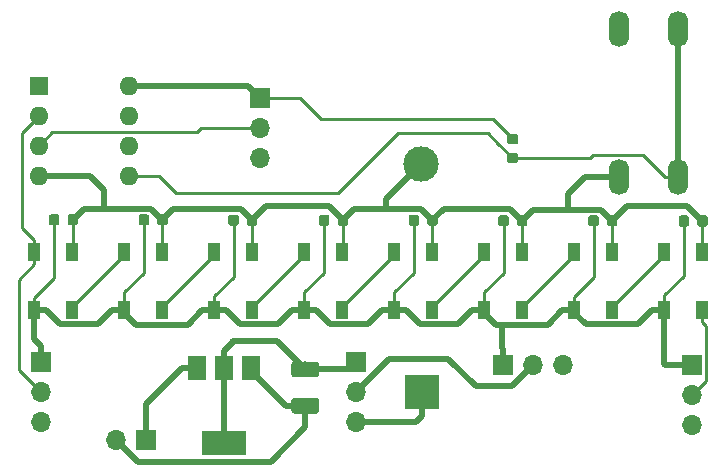
<source format=gbr>
G04 #@! TF.GenerationSoftware,KiCad,Pcbnew,(5.1.2-1)-1*
G04 #@! TF.CreationDate,2020-01-28T06:09:07-07:00*
G04 #@! TF.ProjectId,tiny_stick,74696e79-5f73-4746-9963-6b2e6b696361,rev?*
G04 #@! TF.SameCoordinates,Original*
G04 #@! TF.FileFunction,Copper,L1,Top*
G04 #@! TF.FilePolarity,Positive*
%FSLAX46Y46*%
G04 Gerber Fmt 4.6, Leading zero omitted, Abs format (unit mm)*
G04 Created by KiCad (PCBNEW (5.1.2-1)-1) date 2020-01-28 06:09:07*
%MOMM*%
%LPD*%
G04 APERTURE LIST*
%ADD10C,0.100000*%
%ADD11C,0.875000*%
%ADD12C,1.325000*%
%ADD13R,1.500000X2.000000*%
%ADD14R,3.800000X2.000000*%
%ADD15O,1.600000X1.600000*%
%ADD16R,1.600000X1.600000*%
%ADD17O,1.727200X3.048000*%
%ADD18O,1.700000X1.700000*%
%ADD19R,1.700000X1.700000*%
%ADD20R,1.000000X1.500000*%
%ADD21R,3.000000X3.000000*%
%ADD22C,3.000000*%
%ADD23C,0.508000*%
%ADD24C,0.250000*%
G04 APERTURE END LIST*
D10*
G36*
X90791291Y-83244453D02*
G01*
X90812526Y-83247603D01*
X90833350Y-83252819D01*
X90853562Y-83260051D01*
X90872968Y-83269230D01*
X90891381Y-83280266D01*
X90908624Y-83293054D01*
X90924530Y-83307470D01*
X90938946Y-83323376D01*
X90951734Y-83340619D01*
X90962770Y-83359032D01*
X90971949Y-83378438D01*
X90979181Y-83398650D01*
X90984397Y-83419474D01*
X90987547Y-83440709D01*
X90988600Y-83462150D01*
X90988600Y-83974650D01*
X90987547Y-83996091D01*
X90984397Y-84017326D01*
X90979181Y-84038150D01*
X90971949Y-84058362D01*
X90962770Y-84077768D01*
X90951734Y-84096181D01*
X90938946Y-84113424D01*
X90924530Y-84129330D01*
X90908624Y-84143746D01*
X90891381Y-84156534D01*
X90872968Y-84167570D01*
X90853562Y-84176749D01*
X90833350Y-84183981D01*
X90812526Y-84189197D01*
X90791291Y-84192347D01*
X90769850Y-84193400D01*
X90332350Y-84193400D01*
X90310909Y-84192347D01*
X90289674Y-84189197D01*
X90268850Y-84183981D01*
X90248638Y-84176749D01*
X90229232Y-84167570D01*
X90210819Y-84156534D01*
X90193576Y-84143746D01*
X90177670Y-84129330D01*
X90163254Y-84113424D01*
X90150466Y-84096181D01*
X90139430Y-84077768D01*
X90130251Y-84058362D01*
X90123019Y-84038150D01*
X90117803Y-84017326D01*
X90114653Y-83996091D01*
X90113600Y-83974650D01*
X90113600Y-83462150D01*
X90114653Y-83440709D01*
X90117803Y-83419474D01*
X90123019Y-83398650D01*
X90130251Y-83378438D01*
X90139430Y-83359032D01*
X90150466Y-83340619D01*
X90163254Y-83323376D01*
X90177670Y-83307470D01*
X90193576Y-83293054D01*
X90210819Y-83280266D01*
X90229232Y-83269230D01*
X90248638Y-83260051D01*
X90268850Y-83252819D01*
X90289674Y-83247603D01*
X90310909Y-83244453D01*
X90332350Y-83243400D01*
X90769850Y-83243400D01*
X90791291Y-83244453D01*
X90791291Y-83244453D01*
G37*
D11*
X90551100Y-83718400D03*
D10*
G36*
X89216291Y-83244453D02*
G01*
X89237526Y-83247603D01*
X89258350Y-83252819D01*
X89278562Y-83260051D01*
X89297968Y-83269230D01*
X89316381Y-83280266D01*
X89333624Y-83293054D01*
X89349530Y-83307470D01*
X89363946Y-83323376D01*
X89376734Y-83340619D01*
X89387770Y-83359032D01*
X89396949Y-83378438D01*
X89404181Y-83398650D01*
X89409397Y-83419474D01*
X89412547Y-83440709D01*
X89413600Y-83462150D01*
X89413600Y-83974650D01*
X89412547Y-83996091D01*
X89409397Y-84017326D01*
X89404181Y-84038150D01*
X89396949Y-84058362D01*
X89387770Y-84077768D01*
X89376734Y-84096181D01*
X89363946Y-84113424D01*
X89349530Y-84129330D01*
X89333624Y-84143746D01*
X89316381Y-84156534D01*
X89297968Y-84167570D01*
X89278562Y-84176749D01*
X89258350Y-84183981D01*
X89237526Y-84189197D01*
X89216291Y-84192347D01*
X89194850Y-84193400D01*
X88757350Y-84193400D01*
X88735909Y-84192347D01*
X88714674Y-84189197D01*
X88693850Y-84183981D01*
X88673638Y-84176749D01*
X88654232Y-84167570D01*
X88635819Y-84156534D01*
X88618576Y-84143746D01*
X88602670Y-84129330D01*
X88588254Y-84113424D01*
X88575466Y-84096181D01*
X88564430Y-84077768D01*
X88555251Y-84058362D01*
X88548019Y-84038150D01*
X88542803Y-84017326D01*
X88539653Y-83996091D01*
X88538600Y-83974650D01*
X88538600Y-83462150D01*
X88539653Y-83440709D01*
X88542803Y-83419474D01*
X88548019Y-83398650D01*
X88555251Y-83378438D01*
X88564430Y-83359032D01*
X88575466Y-83340619D01*
X88588254Y-83323376D01*
X88602670Y-83307470D01*
X88618576Y-83293054D01*
X88635819Y-83280266D01*
X88654232Y-83269230D01*
X88673638Y-83260051D01*
X88693850Y-83252819D01*
X88714674Y-83247603D01*
X88735909Y-83244453D01*
X88757350Y-83243400D01*
X89194850Y-83243400D01*
X89216291Y-83244453D01*
X89216291Y-83244453D01*
G37*
D11*
X88976100Y-83718400D03*
D10*
G36*
X111185505Y-98793204D02*
G01*
X111209773Y-98796804D01*
X111233572Y-98802765D01*
X111256671Y-98811030D01*
X111278850Y-98821520D01*
X111299893Y-98834132D01*
X111319599Y-98848747D01*
X111337777Y-98865223D01*
X111354253Y-98883401D01*
X111368868Y-98903107D01*
X111381480Y-98924150D01*
X111391970Y-98946329D01*
X111400235Y-98969428D01*
X111406196Y-98993227D01*
X111409796Y-99017495D01*
X111411000Y-99041999D01*
X111411000Y-99867001D01*
X111409796Y-99891505D01*
X111406196Y-99915773D01*
X111400235Y-99939572D01*
X111391970Y-99962671D01*
X111381480Y-99984850D01*
X111368868Y-100005893D01*
X111354253Y-100025599D01*
X111337777Y-100043777D01*
X111319599Y-100060253D01*
X111299893Y-100074868D01*
X111278850Y-100087480D01*
X111256671Y-100097970D01*
X111233572Y-100106235D01*
X111209773Y-100112196D01*
X111185505Y-100115796D01*
X111161001Y-100117000D01*
X109310999Y-100117000D01*
X109286495Y-100115796D01*
X109262227Y-100112196D01*
X109238428Y-100106235D01*
X109215329Y-100097970D01*
X109193150Y-100087480D01*
X109172107Y-100074868D01*
X109152401Y-100060253D01*
X109134223Y-100043777D01*
X109117747Y-100025599D01*
X109103132Y-100005893D01*
X109090520Y-99984850D01*
X109080030Y-99962671D01*
X109071765Y-99939572D01*
X109065804Y-99915773D01*
X109062204Y-99891505D01*
X109061000Y-99867001D01*
X109061000Y-99041999D01*
X109062204Y-99017495D01*
X109065804Y-98993227D01*
X109071765Y-98969428D01*
X109080030Y-98946329D01*
X109090520Y-98924150D01*
X109103132Y-98903107D01*
X109117747Y-98883401D01*
X109134223Y-98865223D01*
X109152401Y-98848747D01*
X109172107Y-98834132D01*
X109193150Y-98821520D01*
X109215329Y-98811030D01*
X109238428Y-98802765D01*
X109262227Y-98796804D01*
X109286495Y-98793204D01*
X109310999Y-98792000D01*
X111161001Y-98792000D01*
X111185505Y-98793204D01*
X111185505Y-98793204D01*
G37*
D12*
X110236000Y-99454500D03*
D10*
G36*
X111185505Y-95718204D02*
G01*
X111209773Y-95721804D01*
X111233572Y-95727765D01*
X111256671Y-95736030D01*
X111278850Y-95746520D01*
X111299893Y-95759132D01*
X111319599Y-95773747D01*
X111337777Y-95790223D01*
X111354253Y-95808401D01*
X111368868Y-95828107D01*
X111381480Y-95849150D01*
X111391970Y-95871329D01*
X111400235Y-95894428D01*
X111406196Y-95918227D01*
X111409796Y-95942495D01*
X111411000Y-95966999D01*
X111411000Y-96792001D01*
X111409796Y-96816505D01*
X111406196Y-96840773D01*
X111400235Y-96864572D01*
X111391970Y-96887671D01*
X111381480Y-96909850D01*
X111368868Y-96930893D01*
X111354253Y-96950599D01*
X111337777Y-96968777D01*
X111319599Y-96985253D01*
X111299893Y-96999868D01*
X111278850Y-97012480D01*
X111256671Y-97022970D01*
X111233572Y-97031235D01*
X111209773Y-97037196D01*
X111185505Y-97040796D01*
X111161001Y-97042000D01*
X109310999Y-97042000D01*
X109286495Y-97040796D01*
X109262227Y-97037196D01*
X109238428Y-97031235D01*
X109215329Y-97022970D01*
X109193150Y-97012480D01*
X109172107Y-96999868D01*
X109152401Y-96985253D01*
X109134223Y-96968777D01*
X109117747Y-96950599D01*
X109103132Y-96930893D01*
X109090520Y-96909850D01*
X109080030Y-96887671D01*
X109071765Y-96864572D01*
X109065804Y-96840773D01*
X109062204Y-96816505D01*
X109061000Y-96792001D01*
X109061000Y-95966999D01*
X109062204Y-95942495D01*
X109065804Y-95918227D01*
X109071765Y-95894428D01*
X109080030Y-95871329D01*
X109090520Y-95849150D01*
X109103132Y-95828107D01*
X109117747Y-95808401D01*
X109134223Y-95790223D01*
X109152401Y-95773747D01*
X109172107Y-95759132D01*
X109193150Y-95746520D01*
X109215329Y-95736030D01*
X109238428Y-95727765D01*
X109262227Y-95721804D01*
X109286495Y-95718204D01*
X109310999Y-95717000D01*
X111161001Y-95717000D01*
X111185505Y-95718204D01*
X111185505Y-95718204D01*
G37*
D12*
X110236000Y-96379500D03*
D13*
X105678000Y-96291000D03*
X101078000Y-96291000D03*
X103378000Y-96291000D03*
D14*
X103378000Y-102591000D03*
D15*
X95300800Y-72364600D03*
X87680800Y-79984600D03*
X95300800Y-74904600D03*
X87680800Y-77444600D03*
X95300800Y-77444600D03*
X87680800Y-74904600D03*
X95300800Y-79984600D03*
D16*
X87680800Y-72364600D03*
D17*
X136808200Y-67564000D03*
X141808200Y-67564000D03*
X136808200Y-80064000D03*
X141808200Y-80064000D03*
D18*
X132080000Y-96012000D03*
X129540000Y-96012000D03*
D19*
X127000000Y-96012000D03*
D18*
X106426000Y-78486000D03*
X106426000Y-75946000D03*
D19*
X106426000Y-73406000D03*
D10*
G36*
X128065091Y-78024253D02*
G01*
X128086326Y-78027403D01*
X128107150Y-78032619D01*
X128127362Y-78039851D01*
X128146768Y-78049030D01*
X128165181Y-78060066D01*
X128182424Y-78072854D01*
X128198330Y-78087270D01*
X128212746Y-78103176D01*
X128225534Y-78120419D01*
X128236570Y-78138832D01*
X128245749Y-78158238D01*
X128252981Y-78178450D01*
X128258197Y-78199274D01*
X128261347Y-78220509D01*
X128262400Y-78241950D01*
X128262400Y-78679450D01*
X128261347Y-78700891D01*
X128258197Y-78722126D01*
X128252981Y-78742950D01*
X128245749Y-78763162D01*
X128236570Y-78782568D01*
X128225534Y-78800981D01*
X128212746Y-78818224D01*
X128198330Y-78834130D01*
X128182424Y-78848546D01*
X128165181Y-78861334D01*
X128146768Y-78872370D01*
X128127362Y-78881549D01*
X128107150Y-78888781D01*
X128086326Y-78893997D01*
X128065091Y-78897147D01*
X128043650Y-78898200D01*
X127531150Y-78898200D01*
X127509709Y-78897147D01*
X127488474Y-78893997D01*
X127467650Y-78888781D01*
X127447438Y-78881549D01*
X127428032Y-78872370D01*
X127409619Y-78861334D01*
X127392376Y-78848546D01*
X127376470Y-78834130D01*
X127362054Y-78818224D01*
X127349266Y-78800981D01*
X127338230Y-78782568D01*
X127329051Y-78763162D01*
X127321819Y-78742950D01*
X127316603Y-78722126D01*
X127313453Y-78700891D01*
X127312400Y-78679450D01*
X127312400Y-78241950D01*
X127313453Y-78220509D01*
X127316603Y-78199274D01*
X127321819Y-78178450D01*
X127329051Y-78158238D01*
X127338230Y-78138832D01*
X127349266Y-78120419D01*
X127362054Y-78103176D01*
X127376470Y-78087270D01*
X127392376Y-78072854D01*
X127409619Y-78060066D01*
X127428032Y-78049030D01*
X127447438Y-78039851D01*
X127467650Y-78032619D01*
X127488474Y-78027403D01*
X127509709Y-78024253D01*
X127531150Y-78023200D01*
X128043650Y-78023200D01*
X128065091Y-78024253D01*
X128065091Y-78024253D01*
G37*
D11*
X127787400Y-78460700D03*
D10*
G36*
X128065091Y-76449253D02*
G01*
X128086326Y-76452403D01*
X128107150Y-76457619D01*
X128127362Y-76464851D01*
X128146768Y-76474030D01*
X128165181Y-76485066D01*
X128182424Y-76497854D01*
X128198330Y-76512270D01*
X128212746Y-76528176D01*
X128225534Y-76545419D01*
X128236570Y-76563832D01*
X128245749Y-76583238D01*
X128252981Y-76603450D01*
X128258197Y-76624274D01*
X128261347Y-76645509D01*
X128262400Y-76666950D01*
X128262400Y-77104450D01*
X128261347Y-77125891D01*
X128258197Y-77147126D01*
X128252981Y-77167950D01*
X128245749Y-77188162D01*
X128236570Y-77207568D01*
X128225534Y-77225981D01*
X128212746Y-77243224D01*
X128198330Y-77259130D01*
X128182424Y-77273546D01*
X128165181Y-77286334D01*
X128146768Y-77297370D01*
X128127362Y-77306549D01*
X128107150Y-77313781D01*
X128086326Y-77318997D01*
X128065091Y-77322147D01*
X128043650Y-77323200D01*
X127531150Y-77323200D01*
X127509709Y-77322147D01*
X127488474Y-77318997D01*
X127467650Y-77313781D01*
X127447438Y-77306549D01*
X127428032Y-77297370D01*
X127409619Y-77286334D01*
X127392376Y-77273546D01*
X127376470Y-77259130D01*
X127362054Y-77243224D01*
X127349266Y-77225981D01*
X127338230Y-77207568D01*
X127329051Y-77188162D01*
X127321819Y-77167950D01*
X127316603Y-77147126D01*
X127313453Y-77125891D01*
X127312400Y-77104450D01*
X127312400Y-76666950D01*
X127313453Y-76645509D01*
X127316603Y-76624274D01*
X127321819Y-76603450D01*
X127329051Y-76583238D01*
X127338230Y-76563832D01*
X127349266Y-76545419D01*
X127362054Y-76528176D01*
X127376470Y-76512270D01*
X127392376Y-76497854D01*
X127409619Y-76485066D01*
X127428032Y-76474030D01*
X127447438Y-76464851D01*
X127467650Y-76457619D01*
X127488474Y-76452403D01*
X127509709Y-76449253D01*
X127531150Y-76448200D01*
X128043650Y-76448200D01*
X128065091Y-76449253D01*
X128065091Y-76449253D01*
G37*
D11*
X127787400Y-76885700D03*
D18*
X114554000Y-100838000D03*
X114554000Y-98298000D03*
D19*
X114554000Y-95758000D03*
D18*
X94234000Y-102362000D03*
D19*
X96774000Y-102362000D03*
D18*
X143002000Y-101092000D03*
X143002000Y-98552000D03*
D19*
X143002000Y-96012000D03*
D18*
X87884000Y-100838000D03*
X87884000Y-98298000D03*
D19*
X87884000Y-95758000D03*
D20*
X140640000Y-91350000D03*
X143840000Y-91350000D03*
X140640000Y-86450000D03*
X143840000Y-86450000D03*
X133020000Y-91350000D03*
X136220000Y-91350000D03*
X133020000Y-86450000D03*
X136220000Y-86450000D03*
X125400000Y-91350000D03*
X128600000Y-91350000D03*
X125400000Y-86450000D03*
X128600000Y-86450000D03*
X117780000Y-91350000D03*
X120980000Y-91350000D03*
X117780000Y-86450000D03*
X120980000Y-86450000D03*
X110160000Y-91350000D03*
X113360000Y-91350000D03*
X110160000Y-86450000D03*
X113360000Y-86450000D03*
X102540000Y-91350000D03*
X105740000Y-91350000D03*
X102540000Y-86450000D03*
X105740000Y-86450000D03*
X94920000Y-91350000D03*
X98120000Y-91350000D03*
X94920000Y-86450000D03*
X98120000Y-86450000D03*
X87300000Y-91350000D03*
X90500000Y-91350000D03*
X87300000Y-86450000D03*
X90500000Y-86450000D03*
D10*
G36*
X144105891Y-83346053D02*
G01*
X144127126Y-83349203D01*
X144147950Y-83354419D01*
X144168162Y-83361651D01*
X144187568Y-83370830D01*
X144205981Y-83381866D01*
X144223224Y-83394654D01*
X144239130Y-83409070D01*
X144253546Y-83424976D01*
X144266334Y-83442219D01*
X144277370Y-83460632D01*
X144286549Y-83480038D01*
X144293781Y-83500250D01*
X144298997Y-83521074D01*
X144302147Y-83542309D01*
X144303200Y-83563750D01*
X144303200Y-84076250D01*
X144302147Y-84097691D01*
X144298997Y-84118926D01*
X144293781Y-84139750D01*
X144286549Y-84159962D01*
X144277370Y-84179368D01*
X144266334Y-84197781D01*
X144253546Y-84215024D01*
X144239130Y-84230930D01*
X144223224Y-84245346D01*
X144205981Y-84258134D01*
X144187568Y-84269170D01*
X144168162Y-84278349D01*
X144147950Y-84285581D01*
X144127126Y-84290797D01*
X144105891Y-84293947D01*
X144084450Y-84295000D01*
X143646950Y-84295000D01*
X143625509Y-84293947D01*
X143604274Y-84290797D01*
X143583450Y-84285581D01*
X143563238Y-84278349D01*
X143543832Y-84269170D01*
X143525419Y-84258134D01*
X143508176Y-84245346D01*
X143492270Y-84230930D01*
X143477854Y-84215024D01*
X143465066Y-84197781D01*
X143454030Y-84179368D01*
X143444851Y-84159962D01*
X143437619Y-84139750D01*
X143432403Y-84118926D01*
X143429253Y-84097691D01*
X143428200Y-84076250D01*
X143428200Y-83563750D01*
X143429253Y-83542309D01*
X143432403Y-83521074D01*
X143437619Y-83500250D01*
X143444851Y-83480038D01*
X143454030Y-83460632D01*
X143465066Y-83442219D01*
X143477854Y-83424976D01*
X143492270Y-83409070D01*
X143508176Y-83394654D01*
X143525419Y-83381866D01*
X143543832Y-83370830D01*
X143563238Y-83361651D01*
X143583450Y-83354419D01*
X143604274Y-83349203D01*
X143625509Y-83346053D01*
X143646950Y-83345000D01*
X144084450Y-83345000D01*
X144105891Y-83346053D01*
X144105891Y-83346053D01*
G37*
D11*
X143865700Y-83820000D03*
D10*
G36*
X142530891Y-83346053D02*
G01*
X142552126Y-83349203D01*
X142572950Y-83354419D01*
X142593162Y-83361651D01*
X142612568Y-83370830D01*
X142630981Y-83381866D01*
X142648224Y-83394654D01*
X142664130Y-83409070D01*
X142678546Y-83424976D01*
X142691334Y-83442219D01*
X142702370Y-83460632D01*
X142711549Y-83480038D01*
X142718781Y-83500250D01*
X142723997Y-83521074D01*
X142727147Y-83542309D01*
X142728200Y-83563750D01*
X142728200Y-84076250D01*
X142727147Y-84097691D01*
X142723997Y-84118926D01*
X142718781Y-84139750D01*
X142711549Y-84159962D01*
X142702370Y-84179368D01*
X142691334Y-84197781D01*
X142678546Y-84215024D01*
X142664130Y-84230930D01*
X142648224Y-84245346D01*
X142630981Y-84258134D01*
X142612568Y-84269170D01*
X142593162Y-84278349D01*
X142572950Y-84285581D01*
X142552126Y-84290797D01*
X142530891Y-84293947D01*
X142509450Y-84295000D01*
X142071950Y-84295000D01*
X142050509Y-84293947D01*
X142029274Y-84290797D01*
X142008450Y-84285581D01*
X141988238Y-84278349D01*
X141968832Y-84269170D01*
X141950419Y-84258134D01*
X141933176Y-84245346D01*
X141917270Y-84230930D01*
X141902854Y-84215024D01*
X141890066Y-84197781D01*
X141879030Y-84179368D01*
X141869851Y-84159962D01*
X141862619Y-84139750D01*
X141857403Y-84118926D01*
X141854253Y-84097691D01*
X141853200Y-84076250D01*
X141853200Y-83563750D01*
X141854253Y-83542309D01*
X141857403Y-83521074D01*
X141862619Y-83500250D01*
X141869851Y-83480038D01*
X141879030Y-83460632D01*
X141890066Y-83442219D01*
X141902854Y-83424976D01*
X141917270Y-83409070D01*
X141933176Y-83394654D01*
X141950419Y-83381866D01*
X141968832Y-83370830D01*
X141988238Y-83361651D01*
X142008450Y-83354419D01*
X142029274Y-83349203D01*
X142050509Y-83346053D01*
X142071950Y-83345000D01*
X142509450Y-83345000D01*
X142530891Y-83346053D01*
X142530891Y-83346053D01*
G37*
D11*
X142290700Y-83820000D03*
D10*
G36*
X136460491Y-83320653D02*
G01*
X136481726Y-83323803D01*
X136502550Y-83329019D01*
X136522762Y-83336251D01*
X136542168Y-83345430D01*
X136560581Y-83356466D01*
X136577824Y-83369254D01*
X136593730Y-83383670D01*
X136608146Y-83399576D01*
X136620934Y-83416819D01*
X136631970Y-83435232D01*
X136641149Y-83454638D01*
X136648381Y-83474850D01*
X136653597Y-83495674D01*
X136656747Y-83516909D01*
X136657800Y-83538350D01*
X136657800Y-84050850D01*
X136656747Y-84072291D01*
X136653597Y-84093526D01*
X136648381Y-84114350D01*
X136641149Y-84134562D01*
X136631970Y-84153968D01*
X136620934Y-84172381D01*
X136608146Y-84189624D01*
X136593730Y-84205530D01*
X136577824Y-84219946D01*
X136560581Y-84232734D01*
X136542168Y-84243770D01*
X136522762Y-84252949D01*
X136502550Y-84260181D01*
X136481726Y-84265397D01*
X136460491Y-84268547D01*
X136439050Y-84269600D01*
X136001550Y-84269600D01*
X135980109Y-84268547D01*
X135958874Y-84265397D01*
X135938050Y-84260181D01*
X135917838Y-84252949D01*
X135898432Y-84243770D01*
X135880019Y-84232734D01*
X135862776Y-84219946D01*
X135846870Y-84205530D01*
X135832454Y-84189624D01*
X135819666Y-84172381D01*
X135808630Y-84153968D01*
X135799451Y-84134562D01*
X135792219Y-84114350D01*
X135787003Y-84093526D01*
X135783853Y-84072291D01*
X135782800Y-84050850D01*
X135782800Y-83538350D01*
X135783853Y-83516909D01*
X135787003Y-83495674D01*
X135792219Y-83474850D01*
X135799451Y-83454638D01*
X135808630Y-83435232D01*
X135819666Y-83416819D01*
X135832454Y-83399576D01*
X135846870Y-83383670D01*
X135862776Y-83369254D01*
X135880019Y-83356466D01*
X135898432Y-83345430D01*
X135917838Y-83336251D01*
X135938050Y-83329019D01*
X135958874Y-83323803D01*
X135980109Y-83320653D01*
X136001550Y-83319600D01*
X136439050Y-83319600D01*
X136460491Y-83320653D01*
X136460491Y-83320653D01*
G37*
D11*
X136220300Y-83794600D03*
D10*
G36*
X134885491Y-83320653D02*
G01*
X134906726Y-83323803D01*
X134927550Y-83329019D01*
X134947762Y-83336251D01*
X134967168Y-83345430D01*
X134985581Y-83356466D01*
X135002824Y-83369254D01*
X135018730Y-83383670D01*
X135033146Y-83399576D01*
X135045934Y-83416819D01*
X135056970Y-83435232D01*
X135066149Y-83454638D01*
X135073381Y-83474850D01*
X135078597Y-83495674D01*
X135081747Y-83516909D01*
X135082800Y-83538350D01*
X135082800Y-84050850D01*
X135081747Y-84072291D01*
X135078597Y-84093526D01*
X135073381Y-84114350D01*
X135066149Y-84134562D01*
X135056970Y-84153968D01*
X135045934Y-84172381D01*
X135033146Y-84189624D01*
X135018730Y-84205530D01*
X135002824Y-84219946D01*
X134985581Y-84232734D01*
X134967168Y-84243770D01*
X134947762Y-84252949D01*
X134927550Y-84260181D01*
X134906726Y-84265397D01*
X134885491Y-84268547D01*
X134864050Y-84269600D01*
X134426550Y-84269600D01*
X134405109Y-84268547D01*
X134383874Y-84265397D01*
X134363050Y-84260181D01*
X134342838Y-84252949D01*
X134323432Y-84243770D01*
X134305019Y-84232734D01*
X134287776Y-84219946D01*
X134271870Y-84205530D01*
X134257454Y-84189624D01*
X134244666Y-84172381D01*
X134233630Y-84153968D01*
X134224451Y-84134562D01*
X134217219Y-84114350D01*
X134212003Y-84093526D01*
X134208853Y-84072291D01*
X134207800Y-84050850D01*
X134207800Y-83538350D01*
X134208853Y-83516909D01*
X134212003Y-83495674D01*
X134217219Y-83474850D01*
X134224451Y-83454638D01*
X134233630Y-83435232D01*
X134244666Y-83416819D01*
X134257454Y-83399576D01*
X134271870Y-83383670D01*
X134287776Y-83369254D01*
X134305019Y-83356466D01*
X134323432Y-83345430D01*
X134342838Y-83336251D01*
X134363050Y-83329019D01*
X134383874Y-83323803D01*
X134405109Y-83320653D01*
X134426550Y-83319600D01*
X134864050Y-83319600D01*
X134885491Y-83320653D01*
X134885491Y-83320653D01*
G37*
D11*
X134645300Y-83794600D03*
D10*
G36*
X128840491Y-83320653D02*
G01*
X128861726Y-83323803D01*
X128882550Y-83329019D01*
X128902762Y-83336251D01*
X128922168Y-83345430D01*
X128940581Y-83356466D01*
X128957824Y-83369254D01*
X128973730Y-83383670D01*
X128988146Y-83399576D01*
X129000934Y-83416819D01*
X129011970Y-83435232D01*
X129021149Y-83454638D01*
X129028381Y-83474850D01*
X129033597Y-83495674D01*
X129036747Y-83516909D01*
X129037800Y-83538350D01*
X129037800Y-84050850D01*
X129036747Y-84072291D01*
X129033597Y-84093526D01*
X129028381Y-84114350D01*
X129021149Y-84134562D01*
X129011970Y-84153968D01*
X129000934Y-84172381D01*
X128988146Y-84189624D01*
X128973730Y-84205530D01*
X128957824Y-84219946D01*
X128940581Y-84232734D01*
X128922168Y-84243770D01*
X128902762Y-84252949D01*
X128882550Y-84260181D01*
X128861726Y-84265397D01*
X128840491Y-84268547D01*
X128819050Y-84269600D01*
X128381550Y-84269600D01*
X128360109Y-84268547D01*
X128338874Y-84265397D01*
X128318050Y-84260181D01*
X128297838Y-84252949D01*
X128278432Y-84243770D01*
X128260019Y-84232734D01*
X128242776Y-84219946D01*
X128226870Y-84205530D01*
X128212454Y-84189624D01*
X128199666Y-84172381D01*
X128188630Y-84153968D01*
X128179451Y-84134562D01*
X128172219Y-84114350D01*
X128167003Y-84093526D01*
X128163853Y-84072291D01*
X128162800Y-84050850D01*
X128162800Y-83538350D01*
X128163853Y-83516909D01*
X128167003Y-83495674D01*
X128172219Y-83474850D01*
X128179451Y-83454638D01*
X128188630Y-83435232D01*
X128199666Y-83416819D01*
X128212454Y-83399576D01*
X128226870Y-83383670D01*
X128242776Y-83369254D01*
X128260019Y-83356466D01*
X128278432Y-83345430D01*
X128297838Y-83336251D01*
X128318050Y-83329019D01*
X128338874Y-83323803D01*
X128360109Y-83320653D01*
X128381550Y-83319600D01*
X128819050Y-83319600D01*
X128840491Y-83320653D01*
X128840491Y-83320653D01*
G37*
D11*
X128600300Y-83794600D03*
D10*
G36*
X127265491Y-83320653D02*
G01*
X127286726Y-83323803D01*
X127307550Y-83329019D01*
X127327762Y-83336251D01*
X127347168Y-83345430D01*
X127365581Y-83356466D01*
X127382824Y-83369254D01*
X127398730Y-83383670D01*
X127413146Y-83399576D01*
X127425934Y-83416819D01*
X127436970Y-83435232D01*
X127446149Y-83454638D01*
X127453381Y-83474850D01*
X127458597Y-83495674D01*
X127461747Y-83516909D01*
X127462800Y-83538350D01*
X127462800Y-84050850D01*
X127461747Y-84072291D01*
X127458597Y-84093526D01*
X127453381Y-84114350D01*
X127446149Y-84134562D01*
X127436970Y-84153968D01*
X127425934Y-84172381D01*
X127413146Y-84189624D01*
X127398730Y-84205530D01*
X127382824Y-84219946D01*
X127365581Y-84232734D01*
X127347168Y-84243770D01*
X127327762Y-84252949D01*
X127307550Y-84260181D01*
X127286726Y-84265397D01*
X127265491Y-84268547D01*
X127244050Y-84269600D01*
X126806550Y-84269600D01*
X126785109Y-84268547D01*
X126763874Y-84265397D01*
X126743050Y-84260181D01*
X126722838Y-84252949D01*
X126703432Y-84243770D01*
X126685019Y-84232734D01*
X126667776Y-84219946D01*
X126651870Y-84205530D01*
X126637454Y-84189624D01*
X126624666Y-84172381D01*
X126613630Y-84153968D01*
X126604451Y-84134562D01*
X126597219Y-84114350D01*
X126592003Y-84093526D01*
X126588853Y-84072291D01*
X126587800Y-84050850D01*
X126587800Y-83538350D01*
X126588853Y-83516909D01*
X126592003Y-83495674D01*
X126597219Y-83474850D01*
X126604451Y-83454638D01*
X126613630Y-83435232D01*
X126624666Y-83416819D01*
X126637454Y-83399576D01*
X126651870Y-83383670D01*
X126667776Y-83369254D01*
X126685019Y-83356466D01*
X126703432Y-83345430D01*
X126722838Y-83336251D01*
X126743050Y-83329019D01*
X126763874Y-83323803D01*
X126785109Y-83320653D01*
X126806550Y-83319600D01*
X127244050Y-83319600D01*
X127265491Y-83320653D01*
X127265491Y-83320653D01*
G37*
D11*
X127025300Y-83794600D03*
D10*
G36*
X121245891Y-83269853D02*
G01*
X121267126Y-83273003D01*
X121287950Y-83278219D01*
X121308162Y-83285451D01*
X121327568Y-83294630D01*
X121345981Y-83305666D01*
X121363224Y-83318454D01*
X121379130Y-83332870D01*
X121393546Y-83348776D01*
X121406334Y-83366019D01*
X121417370Y-83384432D01*
X121426549Y-83403838D01*
X121433781Y-83424050D01*
X121438997Y-83444874D01*
X121442147Y-83466109D01*
X121443200Y-83487550D01*
X121443200Y-84000050D01*
X121442147Y-84021491D01*
X121438997Y-84042726D01*
X121433781Y-84063550D01*
X121426549Y-84083762D01*
X121417370Y-84103168D01*
X121406334Y-84121581D01*
X121393546Y-84138824D01*
X121379130Y-84154730D01*
X121363224Y-84169146D01*
X121345981Y-84181934D01*
X121327568Y-84192970D01*
X121308162Y-84202149D01*
X121287950Y-84209381D01*
X121267126Y-84214597D01*
X121245891Y-84217747D01*
X121224450Y-84218800D01*
X120786950Y-84218800D01*
X120765509Y-84217747D01*
X120744274Y-84214597D01*
X120723450Y-84209381D01*
X120703238Y-84202149D01*
X120683832Y-84192970D01*
X120665419Y-84181934D01*
X120648176Y-84169146D01*
X120632270Y-84154730D01*
X120617854Y-84138824D01*
X120605066Y-84121581D01*
X120594030Y-84103168D01*
X120584851Y-84083762D01*
X120577619Y-84063550D01*
X120572403Y-84042726D01*
X120569253Y-84021491D01*
X120568200Y-84000050D01*
X120568200Y-83487550D01*
X120569253Y-83466109D01*
X120572403Y-83444874D01*
X120577619Y-83424050D01*
X120584851Y-83403838D01*
X120594030Y-83384432D01*
X120605066Y-83366019D01*
X120617854Y-83348776D01*
X120632270Y-83332870D01*
X120648176Y-83318454D01*
X120665419Y-83305666D01*
X120683832Y-83294630D01*
X120703238Y-83285451D01*
X120723450Y-83278219D01*
X120744274Y-83273003D01*
X120765509Y-83269853D01*
X120786950Y-83268800D01*
X121224450Y-83268800D01*
X121245891Y-83269853D01*
X121245891Y-83269853D01*
G37*
D11*
X121005700Y-83743800D03*
D10*
G36*
X119670891Y-83269853D02*
G01*
X119692126Y-83273003D01*
X119712950Y-83278219D01*
X119733162Y-83285451D01*
X119752568Y-83294630D01*
X119770981Y-83305666D01*
X119788224Y-83318454D01*
X119804130Y-83332870D01*
X119818546Y-83348776D01*
X119831334Y-83366019D01*
X119842370Y-83384432D01*
X119851549Y-83403838D01*
X119858781Y-83424050D01*
X119863997Y-83444874D01*
X119867147Y-83466109D01*
X119868200Y-83487550D01*
X119868200Y-84000050D01*
X119867147Y-84021491D01*
X119863997Y-84042726D01*
X119858781Y-84063550D01*
X119851549Y-84083762D01*
X119842370Y-84103168D01*
X119831334Y-84121581D01*
X119818546Y-84138824D01*
X119804130Y-84154730D01*
X119788224Y-84169146D01*
X119770981Y-84181934D01*
X119752568Y-84192970D01*
X119733162Y-84202149D01*
X119712950Y-84209381D01*
X119692126Y-84214597D01*
X119670891Y-84217747D01*
X119649450Y-84218800D01*
X119211950Y-84218800D01*
X119190509Y-84217747D01*
X119169274Y-84214597D01*
X119148450Y-84209381D01*
X119128238Y-84202149D01*
X119108832Y-84192970D01*
X119090419Y-84181934D01*
X119073176Y-84169146D01*
X119057270Y-84154730D01*
X119042854Y-84138824D01*
X119030066Y-84121581D01*
X119019030Y-84103168D01*
X119009851Y-84083762D01*
X119002619Y-84063550D01*
X118997403Y-84042726D01*
X118994253Y-84021491D01*
X118993200Y-84000050D01*
X118993200Y-83487550D01*
X118994253Y-83466109D01*
X118997403Y-83444874D01*
X119002619Y-83424050D01*
X119009851Y-83403838D01*
X119019030Y-83384432D01*
X119030066Y-83366019D01*
X119042854Y-83348776D01*
X119057270Y-83332870D01*
X119073176Y-83318454D01*
X119090419Y-83305666D01*
X119108832Y-83294630D01*
X119128238Y-83285451D01*
X119148450Y-83278219D01*
X119169274Y-83273003D01*
X119190509Y-83269853D01*
X119211950Y-83268800D01*
X119649450Y-83268800D01*
X119670891Y-83269853D01*
X119670891Y-83269853D01*
G37*
D11*
X119430700Y-83743800D03*
D10*
G36*
X113651291Y-83269853D02*
G01*
X113672526Y-83273003D01*
X113693350Y-83278219D01*
X113713562Y-83285451D01*
X113732968Y-83294630D01*
X113751381Y-83305666D01*
X113768624Y-83318454D01*
X113784530Y-83332870D01*
X113798946Y-83348776D01*
X113811734Y-83366019D01*
X113822770Y-83384432D01*
X113831949Y-83403838D01*
X113839181Y-83424050D01*
X113844397Y-83444874D01*
X113847547Y-83466109D01*
X113848600Y-83487550D01*
X113848600Y-84000050D01*
X113847547Y-84021491D01*
X113844397Y-84042726D01*
X113839181Y-84063550D01*
X113831949Y-84083762D01*
X113822770Y-84103168D01*
X113811734Y-84121581D01*
X113798946Y-84138824D01*
X113784530Y-84154730D01*
X113768624Y-84169146D01*
X113751381Y-84181934D01*
X113732968Y-84192970D01*
X113713562Y-84202149D01*
X113693350Y-84209381D01*
X113672526Y-84214597D01*
X113651291Y-84217747D01*
X113629850Y-84218800D01*
X113192350Y-84218800D01*
X113170909Y-84217747D01*
X113149674Y-84214597D01*
X113128850Y-84209381D01*
X113108638Y-84202149D01*
X113089232Y-84192970D01*
X113070819Y-84181934D01*
X113053576Y-84169146D01*
X113037670Y-84154730D01*
X113023254Y-84138824D01*
X113010466Y-84121581D01*
X112999430Y-84103168D01*
X112990251Y-84083762D01*
X112983019Y-84063550D01*
X112977803Y-84042726D01*
X112974653Y-84021491D01*
X112973600Y-84000050D01*
X112973600Y-83487550D01*
X112974653Y-83466109D01*
X112977803Y-83444874D01*
X112983019Y-83424050D01*
X112990251Y-83403838D01*
X112999430Y-83384432D01*
X113010466Y-83366019D01*
X113023254Y-83348776D01*
X113037670Y-83332870D01*
X113053576Y-83318454D01*
X113070819Y-83305666D01*
X113089232Y-83294630D01*
X113108638Y-83285451D01*
X113128850Y-83278219D01*
X113149674Y-83273003D01*
X113170909Y-83269853D01*
X113192350Y-83268800D01*
X113629850Y-83268800D01*
X113651291Y-83269853D01*
X113651291Y-83269853D01*
G37*
D11*
X113411100Y-83743800D03*
D10*
G36*
X112076291Y-83269853D02*
G01*
X112097526Y-83273003D01*
X112118350Y-83278219D01*
X112138562Y-83285451D01*
X112157968Y-83294630D01*
X112176381Y-83305666D01*
X112193624Y-83318454D01*
X112209530Y-83332870D01*
X112223946Y-83348776D01*
X112236734Y-83366019D01*
X112247770Y-83384432D01*
X112256949Y-83403838D01*
X112264181Y-83424050D01*
X112269397Y-83444874D01*
X112272547Y-83466109D01*
X112273600Y-83487550D01*
X112273600Y-84000050D01*
X112272547Y-84021491D01*
X112269397Y-84042726D01*
X112264181Y-84063550D01*
X112256949Y-84083762D01*
X112247770Y-84103168D01*
X112236734Y-84121581D01*
X112223946Y-84138824D01*
X112209530Y-84154730D01*
X112193624Y-84169146D01*
X112176381Y-84181934D01*
X112157968Y-84192970D01*
X112138562Y-84202149D01*
X112118350Y-84209381D01*
X112097526Y-84214597D01*
X112076291Y-84217747D01*
X112054850Y-84218800D01*
X111617350Y-84218800D01*
X111595909Y-84217747D01*
X111574674Y-84214597D01*
X111553850Y-84209381D01*
X111533638Y-84202149D01*
X111514232Y-84192970D01*
X111495819Y-84181934D01*
X111478576Y-84169146D01*
X111462670Y-84154730D01*
X111448254Y-84138824D01*
X111435466Y-84121581D01*
X111424430Y-84103168D01*
X111415251Y-84083762D01*
X111408019Y-84063550D01*
X111402803Y-84042726D01*
X111399653Y-84021491D01*
X111398600Y-84000050D01*
X111398600Y-83487550D01*
X111399653Y-83466109D01*
X111402803Y-83444874D01*
X111408019Y-83424050D01*
X111415251Y-83403838D01*
X111424430Y-83384432D01*
X111435466Y-83366019D01*
X111448254Y-83348776D01*
X111462670Y-83332870D01*
X111478576Y-83318454D01*
X111495819Y-83305666D01*
X111514232Y-83294630D01*
X111533638Y-83285451D01*
X111553850Y-83278219D01*
X111574674Y-83273003D01*
X111595909Y-83269853D01*
X111617350Y-83268800D01*
X112054850Y-83268800D01*
X112076291Y-83269853D01*
X112076291Y-83269853D01*
G37*
D11*
X111836100Y-83743800D03*
D10*
G36*
X105980491Y-83269853D02*
G01*
X106001726Y-83273003D01*
X106022550Y-83278219D01*
X106042762Y-83285451D01*
X106062168Y-83294630D01*
X106080581Y-83305666D01*
X106097824Y-83318454D01*
X106113730Y-83332870D01*
X106128146Y-83348776D01*
X106140934Y-83366019D01*
X106151970Y-83384432D01*
X106161149Y-83403838D01*
X106168381Y-83424050D01*
X106173597Y-83444874D01*
X106176747Y-83466109D01*
X106177800Y-83487550D01*
X106177800Y-84000050D01*
X106176747Y-84021491D01*
X106173597Y-84042726D01*
X106168381Y-84063550D01*
X106161149Y-84083762D01*
X106151970Y-84103168D01*
X106140934Y-84121581D01*
X106128146Y-84138824D01*
X106113730Y-84154730D01*
X106097824Y-84169146D01*
X106080581Y-84181934D01*
X106062168Y-84192970D01*
X106042762Y-84202149D01*
X106022550Y-84209381D01*
X106001726Y-84214597D01*
X105980491Y-84217747D01*
X105959050Y-84218800D01*
X105521550Y-84218800D01*
X105500109Y-84217747D01*
X105478874Y-84214597D01*
X105458050Y-84209381D01*
X105437838Y-84202149D01*
X105418432Y-84192970D01*
X105400019Y-84181934D01*
X105382776Y-84169146D01*
X105366870Y-84154730D01*
X105352454Y-84138824D01*
X105339666Y-84121581D01*
X105328630Y-84103168D01*
X105319451Y-84083762D01*
X105312219Y-84063550D01*
X105307003Y-84042726D01*
X105303853Y-84021491D01*
X105302800Y-84000050D01*
X105302800Y-83487550D01*
X105303853Y-83466109D01*
X105307003Y-83444874D01*
X105312219Y-83424050D01*
X105319451Y-83403838D01*
X105328630Y-83384432D01*
X105339666Y-83366019D01*
X105352454Y-83348776D01*
X105366870Y-83332870D01*
X105382776Y-83318454D01*
X105400019Y-83305666D01*
X105418432Y-83294630D01*
X105437838Y-83285451D01*
X105458050Y-83278219D01*
X105478874Y-83273003D01*
X105500109Y-83269853D01*
X105521550Y-83268800D01*
X105959050Y-83268800D01*
X105980491Y-83269853D01*
X105980491Y-83269853D01*
G37*
D11*
X105740300Y-83743800D03*
D10*
G36*
X104405491Y-83269853D02*
G01*
X104426726Y-83273003D01*
X104447550Y-83278219D01*
X104467762Y-83285451D01*
X104487168Y-83294630D01*
X104505581Y-83305666D01*
X104522824Y-83318454D01*
X104538730Y-83332870D01*
X104553146Y-83348776D01*
X104565934Y-83366019D01*
X104576970Y-83384432D01*
X104586149Y-83403838D01*
X104593381Y-83424050D01*
X104598597Y-83444874D01*
X104601747Y-83466109D01*
X104602800Y-83487550D01*
X104602800Y-84000050D01*
X104601747Y-84021491D01*
X104598597Y-84042726D01*
X104593381Y-84063550D01*
X104586149Y-84083762D01*
X104576970Y-84103168D01*
X104565934Y-84121581D01*
X104553146Y-84138824D01*
X104538730Y-84154730D01*
X104522824Y-84169146D01*
X104505581Y-84181934D01*
X104487168Y-84192970D01*
X104467762Y-84202149D01*
X104447550Y-84209381D01*
X104426726Y-84214597D01*
X104405491Y-84217747D01*
X104384050Y-84218800D01*
X103946550Y-84218800D01*
X103925109Y-84217747D01*
X103903874Y-84214597D01*
X103883050Y-84209381D01*
X103862838Y-84202149D01*
X103843432Y-84192970D01*
X103825019Y-84181934D01*
X103807776Y-84169146D01*
X103791870Y-84154730D01*
X103777454Y-84138824D01*
X103764666Y-84121581D01*
X103753630Y-84103168D01*
X103744451Y-84083762D01*
X103737219Y-84063550D01*
X103732003Y-84042726D01*
X103728853Y-84021491D01*
X103727800Y-84000050D01*
X103727800Y-83487550D01*
X103728853Y-83466109D01*
X103732003Y-83444874D01*
X103737219Y-83424050D01*
X103744451Y-83403838D01*
X103753630Y-83384432D01*
X103764666Y-83366019D01*
X103777454Y-83348776D01*
X103791870Y-83332870D01*
X103807776Y-83318454D01*
X103825019Y-83305666D01*
X103843432Y-83294630D01*
X103862838Y-83285451D01*
X103883050Y-83278219D01*
X103903874Y-83273003D01*
X103925109Y-83269853D01*
X103946550Y-83268800D01*
X104384050Y-83268800D01*
X104405491Y-83269853D01*
X104405491Y-83269853D01*
G37*
D11*
X104165300Y-83743800D03*
D10*
G36*
X98385891Y-83244453D02*
G01*
X98407126Y-83247603D01*
X98427950Y-83252819D01*
X98448162Y-83260051D01*
X98467568Y-83269230D01*
X98485981Y-83280266D01*
X98503224Y-83293054D01*
X98519130Y-83307470D01*
X98533546Y-83323376D01*
X98546334Y-83340619D01*
X98557370Y-83359032D01*
X98566549Y-83378438D01*
X98573781Y-83398650D01*
X98578997Y-83419474D01*
X98582147Y-83440709D01*
X98583200Y-83462150D01*
X98583200Y-83974650D01*
X98582147Y-83996091D01*
X98578997Y-84017326D01*
X98573781Y-84038150D01*
X98566549Y-84058362D01*
X98557370Y-84077768D01*
X98546334Y-84096181D01*
X98533546Y-84113424D01*
X98519130Y-84129330D01*
X98503224Y-84143746D01*
X98485981Y-84156534D01*
X98467568Y-84167570D01*
X98448162Y-84176749D01*
X98427950Y-84183981D01*
X98407126Y-84189197D01*
X98385891Y-84192347D01*
X98364450Y-84193400D01*
X97926950Y-84193400D01*
X97905509Y-84192347D01*
X97884274Y-84189197D01*
X97863450Y-84183981D01*
X97843238Y-84176749D01*
X97823832Y-84167570D01*
X97805419Y-84156534D01*
X97788176Y-84143746D01*
X97772270Y-84129330D01*
X97757854Y-84113424D01*
X97745066Y-84096181D01*
X97734030Y-84077768D01*
X97724851Y-84058362D01*
X97717619Y-84038150D01*
X97712403Y-84017326D01*
X97709253Y-83996091D01*
X97708200Y-83974650D01*
X97708200Y-83462150D01*
X97709253Y-83440709D01*
X97712403Y-83419474D01*
X97717619Y-83398650D01*
X97724851Y-83378438D01*
X97734030Y-83359032D01*
X97745066Y-83340619D01*
X97757854Y-83323376D01*
X97772270Y-83307470D01*
X97788176Y-83293054D01*
X97805419Y-83280266D01*
X97823832Y-83269230D01*
X97843238Y-83260051D01*
X97863450Y-83252819D01*
X97884274Y-83247603D01*
X97905509Y-83244453D01*
X97926950Y-83243400D01*
X98364450Y-83243400D01*
X98385891Y-83244453D01*
X98385891Y-83244453D01*
G37*
D11*
X98145700Y-83718400D03*
D10*
G36*
X96810891Y-83244453D02*
G01*
X96832126Y-83247603D01*
X96852950Y-83252819D01*
X96873162Y-83260051D01*
X96892568Y-83269230D01*
X96910981Y-83280266D01*
X96928224Y-83293054D01*
X96944130Y-83307470D01*
X96958546Y-83323376D01*
X96971334Y-83340619D01*
X96982370Y-83359032D01*
X96991549Y-83378438D01*
X96998781Y-83398650D01*
X97003997Y-83419474D01*
X97007147Y-83440709D01*
X97008200Y-83462150D01*
X97008200Y-83974650D01*
X97007147Y-83996091D01*
X97003997Y-84017326D01*
X96998781Y-84038150D01*
X96991549Y-84058362D01*
X96982370Y-84077768D01*
X96971334Y-84096181D01*
X96958546Y-84113424D01*
X96944130Y-84129330D01*
X96928224Y-84143746D01*
X96910981Y-84156534D01*
X96892568Y-84167570D01*
X96873162Y-84176749D01*
X96852950Y-84183981D01*
X96832126Y-84189197D01*
X96810891Y-84192347D01*
X96789450Y-84193400D01*
X96351950Y-84193400D01*
X96330509Y-84192347D01*
X96309274Y-84189197D01*
X96288450Y-84183981D01*
X96268238Y-84176749D01*
X96248832Y-84167570D01*
X96230419Y-84156534D01*
X96213176Y-84143746D01*
X96197270Y-84129330D01*
X96182854Y-84113424D01*
X96170066Y-84096181D01*
X96159030Y-84077768D01*
X96149851Y-84058362D01*
X96142619Y-84038150D01*
X96137403Y-84017326D01*
X96134253Y-83996091D01*
X96133200Y-83974650D01*
X96133200Y-83462150D01*
X96134253Y-83440709D01*
X96137403Y-83419474D01*
X96142619Y-83398650D01*
X96149851Y-83378438D01*
X96159030Y-83359032D01*
X96170066Y-83340619D01*
X96182854Y-83323376D01*
X96197270Y-83307470D01*
X96213176Y-83293054D01*
X96230419Y-83280266D01*
X96248832Y-83269230D01*
X96268238Y-83260051D01*
X96288450Y-83252819D01*
X96309274Y-83247603D01*
X96330509Y-83244453D01*
X96351950Y-83243400D01*
X96789450Y-83243400D01*
X96810891Y-83244453D01*
X96810891Y-83244453D01*
G37*
D11*
X96570700Y-83718400D03*
D21*
X120142000Y-98298000D03*
D22*
X120042000Y-78998000D03*
D23*
X120142000Y-100306000D02*
X120142000Y-98298000D01*
X119610000Y-100838000D02*
X120142000Y-100306000D01*
X114554000Y-100838000D02*
X119610000Y-100838000D01*
D24*
X90551100Y-86398900D02*
X90500000Y-86450000D01*
X90551100Y-83718400D02*
X90551100Y-86398900D01*
X98145700Y-86424300D02*
X98120000Y-86450000D01*
X98145700Y-83718400D02*
X98145700Y-86424300D01*
X105740300Y-86449700D02*
X105740000Y-86450000D01*
X105740300Y-83743800D02*
X105740300Y-86449700D01*
X113411100Y-86398900D02*
X113360000Y-86450000D01*
X113411100Y-83743800D02*
X113411100Y-86398900D01*
X121005700Y-86424300D02*
X120980000Y-86450000D01*
X121005700Y-83743800D02*
X121005700Y-86424300D01*
X128600300Y-86449700D02*
X128600000Y-86450000D01*
X128600300Y-83794600D02*
X128600300Y-86449700D01*
X136220300Y-86449700D02*
X136220000Y-86450000D01*
X136220300Y-83794600D02*
X136220300Y-86449700D01*
X143865700Y-86424300D02*
X143840000Y-86450000D01*
X143865700Y-83820000D02*
X143865700Y-86424300D01*
D23*
X97216690Y-82789390D02*
X98145700Y-83718400D01*
X90551100Y-83718400D02*
X91480110Y-82789390D01*
X104811290Y-82814790D02*
X105740300Y-83743800D01*
X99049310Y-82814790D02*
X104811290Y-82814790D01*
X98145700Y-83718400D02*
X99049310Y-82814790D01*
X112217300Y-82550000D02*
X113411100Y-83743800D01*
X106934100Y-82550000D02*
X112217300Y-82550000D01*
X105740300Y-83743800D02*
X106934100Y-82550000D01*
X120076690Y-82814790D02*
X121005700Y-83743800D01*
X113411100Y-83743800D02*
X114340110Y-82814790D01*
X127609700Y-82804000D02*
X128600300Y-83794600D01*
X121945500Y-82804000D02*
X127609700Y-82804000D01*
X121005700Y-83743800D02*
X121945500Y-82804000D01*
X135291290Y-82865590D02*
X136220300Y-83794600D01*
X128600300Y-83794600D02*
X129529310Y-82865590D01*
X142595700Y-82550000D02*
X143865700Y-83820000D01*
X137464900Y-82550000D02*
X142595700Y-82550000D01*
X136220300Y-83794600D02*
X137464900Y-82550000D01*
X93156410Y-82789390D02*
X97216690Y-82789390D01*
X117108610Y-81931390D02*
X117108610Y-82814790D01*
X117108610Y-82814790D02*
X120076690Y-82814790D01*
X120042000Y-78998000D02*
X117108610Y-81931390D01*
X114340110Y-82814790D02*
X117108610Y-82814790D01*
X87680800Y-79984600D02*
X91973400Y-79984600D01*
X93156410Y-81167610D02*
X93156410Y-82789390D01*
X91973400Y-79984600D02*
X93156410Y-81167610D01*
X91480110Y-82789390D02*
X93156410Y-82789390D01*
X135436600Y-80064000D02*
X135433400Y-80060800D01*
X136808200Y-80064000D02*
X135436600Y-80064000D01*
X135433400Y-80060800D02*
X133934200Y-80060800D01*
X132475610Y-81519390D02*
X132475610Y-82865590D01*
X132475610Y-82865590D02*
X135291290Y-82865590D01*
X133934200Y-80060800D02*
X132475610Y-81519390D01*
X129529310Y-82865590D02*
X132475610Y-82865590D01*
X107340400Y-104190800D02*
X110236000Y-101295200D01*
X96062800Y-104190800D02*
X107340400Y-104190800D01*
X110236000Y-101295200D02*
X110236000Y-99454500D01*
X94234000Y-102362000D02*
X96062800Y-104190800D01*
X108591500Y-99454500D02*
X105678000Y-96541000D01*
X105678000Y-96541000D02*
X105678000Y-96291000D01*
X110236000Y-99454500D02*
X108591500Y-99454500D01*
D24*
X87300000Y-90350000D02*
X87300000Y-91350000D01*
X88976100Y-88673900D02*
X87300000Y-90350000D01*
X88976100Y-83718400D02*
X88976100Y-88673900D01*
X96570700Y-83718400D02*
X96570700Y-88188900D01*
X94920000Y-89839600D02*
X94920000Y-91350000D01*
X96570700Y-88188900D02*
X94920000Y-89839600D01*
X104165300Y-83743800D02*
X104165300Y-88544500D01*
X102540000Y-90169800D02*
X102540000Y-91350000D01*
X104165300Y-88544500D02*
X102540000Y-90169800D01*
X111836100Y-83743800D02*
X111836100Y-88188900D01*
X110160000Y-89865000D02*
X110160000Y-91350000D01*
X111836100Y-88188900D02*
X110160000Y-89865000D01*
X119430700Y-83743800D02*
X119430700Y-88214300D01*
X117780000Y-89865000D02*
X117780000Y-91350000D01*
X119430700Y-88214300D02*
X117780000Y-89865000D01*
X127025300Y-83794600D02*
X127025300Y-88214300D01*
X125400000Y-89839600D02*
X125400000Y-91350000D01*
X127025300Y-88214300D02*
X125400000Y-89839600D01*
X134645300Y-83794600D02*
X134645300Y-88595300D01*
X133020000Y-90220600D02*
X133020000Y-91350000D01*
X134645300Y-88595300D02*
X133020000Y-90220600D01*
X142290700Y-83820000D02*
X142290700Y-88468300D01*
X140640000Y-90119000D02*
X140640000Y-91350000D01*
X142290700Y-88468300D02*
X140640000Y-90119000D01*
D23*
X93912000Y-91350000D02*
X94920000Y-91350000D01*
X92707999Y-92554001D02*
X93912000Y-91350000D01*
X88308000Y-91350000D02*
X89512001Y-92554001D01*
X89512001Y-92554001D02*
X92707999Y-92554001D01*
X87300000Y-91350000D02*
X88308000Y-91350000D01*
X101532000Y-91350000D02*
X102540000Y-91350000D01*
X100274000Y-92608000D02*
X101532000Y-91350000D01*
X95928000Y-92608000D02*
X100274000Y-92608000D01*
X94920000Y-91600000D02*
X95928000Y-92608000D01*
X94920000Y-91350000D02*
X94920000Y-91600000D01*
X107947999Y-92554001D02*
X109152000Y-91350000D01*
X104752001Y-92554001D02*
X107947999Y-92554001D01*
X109152000Y-91350000D02*
X110160000Y-91350000D01*
X103548000Y-91350000D02*
X104752001Y-92554001D01*
X102540000Y-91350000D02*
X103548000Y-91350000D01*
X116772000Y-91350000D02*
X117780000Y-91350000D01*
X115567999Y-92554001D02*
X116772000Y-91350000D01*
X112372001Y-92554001D02*
X115567999Y-92554001D01*
X111168000Y-91350000D02*
X112372001Y-92554001D01*
X110160000Y-91350000D02*
X111168000Y-91350000D01*
X123187999Y-92554001D02*
X124392000Y-91350000D01*
X124392000Y-91350000D02*
X125400000Y-91350000D01*
X118788000Y-91350000D02*
X119992001Y-92554001D01*
X119992001Y-92554001D02*
X123187999Y-92554001D01*
X117780000Y-91350000D02*
X118788000Y-91350000D01*
X132012000Y-91350000D02*
X133020000Y-91350000D01*
X130754000Y-92608000D02*
X132012000Y-91350000D01*
X125400000Y-91600000D02*
X126408000Y-92608000D01*
X125400000Y-91350000D02*
X125400000Y-91600000D01*
X138427999Y-92554001D02*
X139632000Y-91350000D01*
X139632000Y-91350000D02*
X140640000Y-91350000D01*
X133974001Y-92554001D02*
X138427999Y-92554001D01*
X133020000Y-91600000D02*
X133974001Y-92554001D01*
X133020000Y-91350000D02*
X133020000Y-91600000D01*
X87884000Y-94400000D02*
X87300000Y-93816000D01*
X87300000Y-93816000D02*
X87300000Y-91350000D01*
X87884000Y-95758000D02*
X87884000Y-94400000D01*
X140716000Y-96012000D02*
X143002000Y-96012000D01*
X140640000Y-95936000D02*
X140716000Y-96012000D01*
X140640000Y-91350000D02*
X140640000Y-95936000D01*
X105384600Y-72364600D02*
X106426000Y-73406000D01*
X95300800Y-72364600D02*
X105384600Y-72364600D01*
D24*
X106426000Y-73406000D02*
X109753400Y-73406000D01*
X109753400Y-73406000D02*
X111556800Y-75209400D01*
X126111100Y-75209400D02*
X127787400Y-76885700D01*
X111556800Y-75209400D02*
X126111100Y-75209400D01*
D23*
X126872600Y-94526600D02*
X126872600Y-92608000D01*
X127000000Y-94654000D02*
X126872600Y-94526600D01*
X127000000Y-96012000D02*
X127000000Y-94654000D01*
X126872600Y-92608000D02*
X130754000Y-92608000D01*
X126408000Y-92608000D02*
X126872600Y-92608000D01*
D24*
X94920000Y-86680000D02*
X94920000Y-86450000D01*
X90500000Y-91100000D02*
X94920000Y-86680000D01*
X90500000Y-91350000D02*
X90500000Y-91100000D01*
X86233000Y-84383000D02*
X87300000Y-85450000D01*
X87300000Y-85450000D02*
X87300000Y-86450000D01*
X86233000Y-76352400D02*
X86233000Y-84383000D01*
X87680800Y-74904600D02*
X86233000Y-76352400D01*
X87300000Y-87450000D02*
X87300000Y-86450000D01*
X85979000Y-88771000D02*
X87300000Y-87450000D01*
X85979000Y-96393000D02*
X85979000Y-88771000D01*
X87884000Y-98298000D02*
X85979000Y-96393000D01*
X102540000Y-86680000D02*
X102540000Y-86450000D01*
X98120000Y-91100000D02*
X102540000Y-86680000D01*
X98120000Y-91350000D02*
X98120000Y-91100000D01*
X110160000Y-86680000D02*
X110160000Y-86450000D01*
X105740000Y-91100000D02*
X110160000Y-86680000D01*
X105740000Y-91350000D02*
X105740000Y-91100000D01*
X117780000Y-86680000D02*
X117780000Y-86450000D01*
X113360000Y-91100000D02*
X117780000Y-86680000D01*
X113360000Y-91350000D02*
X113360000Y-91100000D01*
X125400000Y-86680000D02*
X125400000Y-86450000D01*
X120980000Y-91100000D02*
X125400000Y-86680000D01*
X120980000Y-91350000D02*
X120980000Y-91100000D01*
X133020000Y-86680000D02*
X133020000Y-86450000D01*
X128600000Y-91100000D02*
X133020000Y-86680000D01*
X128600000Y-91350000D02*
X128600000Y-91100000D01*
X140640000Y-86680000D02*
X140640000Y-86450000D01*
X136220000Y-91100000D02*
X140640000Y-86680000D01*
X136220000Y-91350000D02*
X136220000Y-91100000D01*
X144177001Y-97376999D02*
X143851999Y-97702001D01*
X144177001Y-92687001D02*
X144177001Y-97376999D01*
X143840000Y-92350000D02*
X144177001Y-92687001D01*
X143851999Y-97702001D02*
X143002000Y-98552000D01*
X143840000Y-91350000D02*
X143840000Y-92350000D01*
D23*
X96774000Y-99337000D02*
X96774000Y-102362000D01*
X99820000Y-96291000D02*
X96774000Y-99337000D01*
X101078000Y-96291000D02*
X99820000Y-96291000D01*
X141808200Y-67564000D02*
X141808200Y-80064000D01*
D24*
X95300800Y-79984600D02*
X97840800Y-79984600D01*
X97840800Y-79984600D02*
X99288600Y-81432400D01*
X99288600Y-81432400D02*
X113004600Y-81432400D01*
X126593550Y-77266850D02*
X126568250Y-77266850D01*
X127787400Y-78460700D02*
X126593550Y-77266850D01*
X126593550Y-77266850D02*
X126499699Y-77172999D01*
X126568250Y-77266850D02*
X125679200Y-76377800D01*
X118059200Y-76377800D02*
X117970300Y-76466700D01*
X125679200Y-76377800D02*
X118059200Y-76377800D01*
X117970300Y-76466700D02*
X118084600Y-76352400D01*
X113004600Y-81432400D02*
X117970300Y-76466700D01*
X127787400Y-78460700D02*
X134315100Y-78460700D01*
X138845590Y-78214990D02*
X140694600Y-80064000D01*
X140694600Y-80064000D02*
X141808200Y-80064000D01*
X134560810Y-78214990D02*
X138845590Y-78214990D01*
X134315100Y-78460700D02*
X134560810Y-78214990D01*
X88805801Y-76319599D02*
X101074001Y-76319599D01*
X87680800Y-77444600D02*
X88805801Y-76319599D01*
X101447600Y-75946000D02*
X106426000Y-75946000D01*
X101074001Y-76319599D02*
X101447600Y-75946000D01*
D23*
X103378000Y-94783000D02*
X103378000Y-96291000D01*
X103378000Y-96291000D02*
X103378000Y-102591000D01*
X114413500Y-95617500D02*
X114554000Y-95758000D01*
X113932500Y-96379500D02*
X114554000Y-95758000D01*
X110236000Y-96379500D02*
X113932500Y-96379500D01*
X110236000Y-96379500D02*
X107836500Y-93980000D01*
X104181000Y-93980000D02*
X103779500Y-94381500D01*
X107836500Y-93980000D02*
X104181000Y-93980000D01*
X103779500Y-94381500D02*
X103378000Y-94783000D01*
X104155600Y-94005400D02*
X103779500Y-94381500D01*
X114554000Y-98298000D02*
X117348000Y-95504000D01*
X117348000Y-95504000D02*
X122351800Y-95504000D01*
X122351800Y-95504000D02*
X124663200Y-97815400D01*
X127736600Y-97815400D02*
X129540000Y-96012000D01*
X124663200Y-97815400D02*
X127736600Y-97815400D01*
M02*

</source>
